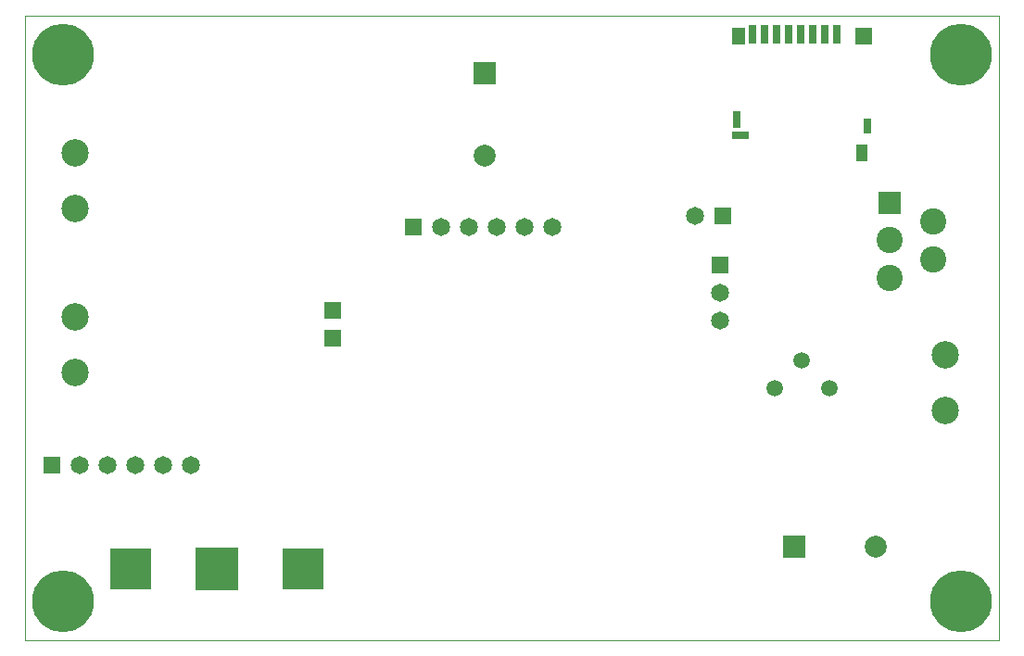
<source format=gbs>
G04 #@! TF.FileFunction,Soldermask,Bot*
%FSLAX46Y46*%
G04 Gerber Fmt 4.6, Leading zero omitted, Abs format (unit mm)*
G04 Created by KiCad (PCBNEW (2014-jul-16 BZR unknown)-product) date Sun 25 Jan 2015 04:19:58 PM EST*
%MOMM*%
G01*
G04 APERTURE LIST*
%ADD10C,0.100000*%
%ADD11R,2.000000X2.000000*%
%ADD12C,2.000000*%
%ADD13C,5.650000*%
%ADD14R,1.650000X1.650000*%
%ADD15C,1.650000*%
%ADD16C,1.500000*%
%ADD17R,2.100000X2.100000*%
%ADD18C,2.400000*%
%ADD19R,3.962400X3.962400*%
%ADD20R,3.810000X3.810000*%
%ADD21R,0.700000X1.750000*%
%ADD22R,1.300000X1.500000*%
%ADD23R,1.500000X1.500000*%
%ADD24R,0.800000X1.500000*%
%ADD25R,1.500000X0.800000*%
%ADD26R,1.000000X1.550000*%
%ADD27R,0.800000X1.400000*%
%ADD28C,2.500000*%
G04 APERTURE END LIST*
D10*
X60000000Y-108500000D02*
X60000000Y-51500000D01*
X149000000Y-108500000D02*
X60000000Y-108500000D01*
X149000000Y-51500000D02*
X149000000Y-108500000D01*
X60000000Y-51500000D02*
X149000000Y-51500000D01*
D11*
X102000000Y-56750000D03*
D12*
X102000000Y-64250000D03*
D11*
X130250000Y-100000000D03*
D12*
X137750000Y-100000000D03*
D13*
X145500000Y-55000000D03*
X63500000Y-105000000D03*
X145500000Y-105000000D03*
X63500000Y-55000000D03*
D14*
X62500000Y-92500000D03*
D15*
X65040000Y-92500000D03*
X67580000Y-92500000D03*
X70120000Y-92500000D03*
X72660000Y-92500000D03*
X75200000Y-92500000D03*
D14*
X95500000Y-70750000D03*
D15*
X98040000Y-70750000D03*
X100580000Y-70750000D03*
X103120000Y-70750000D03*
X105660000Y-70750000D03*
X108200000Y-70750000D03*
D14*
X123500000Y-74250000D03*
D15*
X123500000Y-76790000D03*
X123500000Y-79330000D03*
D16*
X128500000Y-85500000D03*
X131000000Y-83000000D03*
X133500000Y-85500000D03*
D17*
X139000000Y-68600000D03*
D18*
X143000000Y-70300000D03*
X139000000Y-72000000D03*
X143000000Y-73700000D03*
X139000000Y-75400000D03*
D19*
X77500000Y-102000000D03*
D20*
X85374000Y-102000000D03*
X69626000Y-102000000D03*
D21*
X134200000Y-53200000D03*
X133100000Y-53200000D03*
X132000000Y-53200000D03*
X130900000Y-53200000D03*
X129800000Y-53200000D03*
X128700000Y-53200000D03*
X127600000Y-53200000D03*
X126500000Y-53200000D03*
D22*
X125200000Y-53325000D03*
D23*
X136650000Y-53325000D03*
D24*
X125025000Y-60925000D03*
D25*
X125350000Y-62425000D03*
D26*
X136500000Y-64000000D03*
D27*
X136975000Y-61575000D03*
D14*
X123750000Y-69750000D03*
D15*
X121210000Y-69750000D03*
D28*
X64600000Y-64000000D03*
X64600000Y-69080000D03*
X64600000Y-79000000D03*
X64600000Y-84080000D03*
X144100000Y-87500000D03*
X144100000Y-82420000D03*
D14*
X88100000Y-78400000D03*
X88100000Y-80900000D03*
M02*

</source>
